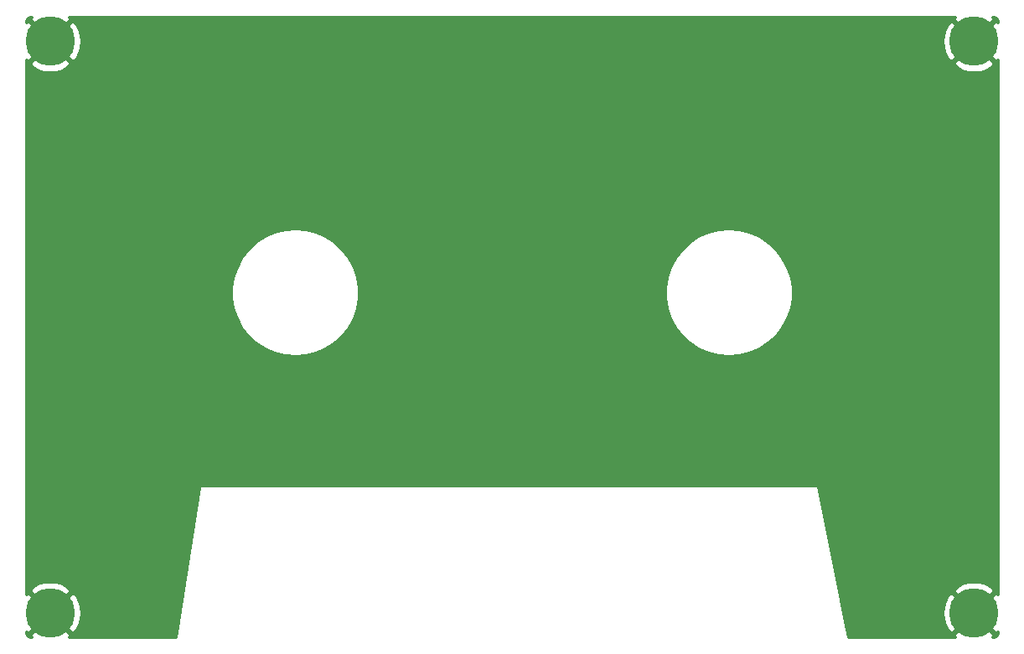
<source format=gbl>
G04 #@! TF.GenerationSoftware,KiCad,Pcbnew,(5.1.8)-1*
G04 #@! TF.CreationDate,2022-02-20T18:12:03+01:00*
G04 #@! TF.ProjectId,PlayOnTape Backplate,506c6179-4f6e-4546-9170-65204261636b,rev?*
G04 #@! TF.SameCoordinates,Original*
G04 #@! TF.FileFunction,Copper,L2,Bot*
G04 #@! TF.FilePolarity,Positive*
%FSLAX46Y46*%
G04 Gerber Fmt 4.6, Leading zero omitted, Abs format (unit mm)*
G04 Created by KiCad (PCBNEW (5.1.8)-1) date 2022-02-20 18:12:03*
%MOMM*%
%LPD*%
G01*
G04 APERTURE LIST*
G04 #@! TA.AperFunction,ComponentPad*
%ADD10C,5.000000*%
G04 #@! TD*
G04 #@! TA.AperFunction,Conductor*
%ADD11C,0.254000*%
G04 #@! TD*
G04 #@! TA.AperFunction,Conductor*
%ADD12C,0.100000*%
G04 #@! TD*
G04 APERTURE END LIST*
D10*
X73660000Y-139065000D03*
X167005000Y-139065000D03*
X167005000Y-81280000D03*
X73660000Y-81280000D03*
D11*
X71636457Y-79076852D02*
X73660000Y-81100395D01*
X75683543Y-79076852D01*
X75510527Y-78815000D01*
X165154473Y-78815000D01*
X164981457Y-79076852D01*
X167005000Y-81100395D01*
X169028543Y-79076852D01*
X168855527Y-78815000D01*
X168875280Y-78815000D01*
X169018109Y-78829005D01*
X169122101Y-78860402D01*
X169218014Y-78911399D01*
X169302194Y-78980055D01*
X169371440Y-79063758D01*
X169423105Y-79159311D01*
X169455227Y-79263078D01*
X169470001Y-79403650D01*
X169470001Y-79429474D01*
X169208148Y-79256457D01*
X167184605Y-81280000D01*
X169208148Y-83303543D01*
X169470001Y-83130526D01*
X169470000Y-137214473D01*
X169208148Y-137041457D01*
X167184605Y-139065000D01*
X169208148Y-141088543D01*
X169470000Y-140915527D01*
X169470000Y-140935280D01*
X169455995Y-141078109D01*
X169424599Y-141182099D01*
X169373601Y-141278013D01*
X169304941Y-141362199D01*
X169221243Y-141431439D01*
X169125689Y-141483105D01*
X169021922Y-141515227D01*
X168881359Y-141530000D01*
X168855527Y-141530000D01*
X169028543Y-141268148D01*
X167005000Y-139244605D01*
X164981457Y-141268148D01*
X165154473Y-141530000D01*
X154292515Y-141530000D01*
X153800181Y-139068328D01*
X163854832Y-139068328D01*
X163916010Y-139682831D01*
X164095897Y-140273592D01*
X164383882Y-140812373D01*
X164801852Y-141088543D01*
X166825395Y-139065000D01*
X164801852Y-137041457D01*
X164383882Y-137317627D01*
X164093351Y-137862557D01*
X163914713Y-138453696D01*
X163854832Y-139068328D01*
X153800181Y-139068328D01*
X153358886Y-136861852D01*
X164981457Y-136861852D01*
X167005000Y-138885395D01*
X169028543Y-136861852D01*
X168752373Y-136443882D01*
X168207443Y-136153351D01*
X167616304Y-135974713D01*
X167001672Y-135914832D01*
X166387169Y-135976010D01*
X165796408Y-136155897D01*
X165257627Y-136443882D01*
X164981457Y-136861852D01*
X153358886Y-136861852D01*
X151254534Y-126340093D01*
X151247333Y-126316399D01*
X151235597Y-126294443D01*
X151219803Y-126275197D01*
X151200557Y-126259403D01*
X151178601Y-126247667D01*
X151154776Y-126240440D01*
X151130000Y-126238000D01*
X88900000Y-126238000D01*
X88870547Y-126241462D01*
X88847012Y-126249582D01*
X88825513Y-126262137D01*
X88806877Y-126278645D01*
X88791819Y-126298472D01*
X88780919Y-126320855D01*
X88774595Y-126344935D01*
X86344985Y-141530000D01*
X75510527Y-141530000D01*
X75683543Y-141268148D01*
X73660000Y-139244605D01*
X71636457Y-141268148D01*
X71809473Y-141530000D01*
X71789720Y-141530000D01*
X71646891Y-141515995D01*
X71542901Y-141484599D01*
X71446987Y-141433601D01*
X71362801Y-141364941D01*
X71293561Y-141281243D01*
X71241895Y-141185689D01*
X71209773Y-141081922D01*
X71195000Y-140941359D01*
X71195000Y-140915527D01*
X71456852Y-141088543D01*
X73480395Y-139065000D01*
X73839605Y-139065000D01*
X75863148Y-141088543D01*
X76281118Y-140812373D01*
X76571649Y-140267443D01*
X76750287Y-139676304D01*
X76810168Y-139061672D01*
X76748990Y-138447169D01*
X76569103Y-137856408D01*
X76281118Y-137317627D01*
X75863148Y-137041457D01*
X73839605Y-139065000D01*
X73480395Y-139065000D01*
X71456852Y-137041457D01*
X71195000Y-137214473D01*
X71195000Y-136861852D01*
X71636457Y-136861852D01*
X73660000Y-138885395D01*
X75683543Y-136861852D01*
X75407373Y-136443882D01*
X74862443Y-136153351D01*
X74271304Y-135974713D01*
X73656672Y-135914832D01*
X73042169Y-135976010D01*
X72451408Y-136155897D01*
X71912627Y-136443882D01*
X71636457Y-136861852D01*
X71195000Y-136861852D01*
X71195000Y-106147776D01*
X92002013Y-106147776D01*
X92002013Y-107212224D01*
X92177215Y-108262154D01*
X92522841Y-109268927D01*
X93029462Y-110205081D01*
X93683259Y-111045080D01*
X94466399Y-111766011D01*
X95357519Y-112348208D01*
X96332312Y-112775792D01*
X97364188Y-113037099D01*
X98425000Y-113125000D01*
X99485812Y-113037099D01*
X100517688Y-112775792D01*
X101492481Y-112348208D01*
X102383601Y-111766011D01*
X103166741Y-111045080D01*
X103820538Y-110205081D01*
X104327159Y-109268927D01*
X104672785Y-108262154D01*
X104847987Y-107212224D01*
X104847987Y-106147776D01*
X135817013Y-106147776D01*
X135817013Y-107212224D01*
X135992215Y-108262154D01*
X136337841Y-109268927D01*
X136844462Y-110205081D01*
X137498259Y-111045080D01*
X138281399Y-111766011D01*
X139172519Y-112348208D01*
X140147312Y-112775792D01*
X141179188Y-113037099D01*
X142240000Y-113125000D01*
X143300812Y-113037099D01*
X144332688Y-112775792D01*
X145307481Y-112348208D01*
X146198601Y-111766011D01*
X146981741Y-111045080D01*
X147635538Y-110205081D01*
X148142159Y-109268927D01*
X148487785Y-108262154D01*
X148662987Y-107212224D01*
X148662987Y-106147776D01*
X148487785Y-105097846D01*
X148142159Y-104091073D01*
X147635538Y-103154919D01*
X146981741Y-102314920D01*
X146198601Y-101593989D01*
X145307481Y-101011792D01*
X144332688Y-100584208D01*
X143300812Y-100322901D01*
X142240000Y-100235000D01*
X141179188Y-100322901D01*
X140147312Y-100584208D01*
X139172519Y-101011792D01*
X138281399Y-101593989D01*
X137498259Y-102314920D01*
X136844462Y-103154919D01*
X136337841Y-104091073D01*
X135992215Y-105097846D01*
X135817013Y-106147776D01*
X104847987Y-106147776D01*
X104672785Y-105097846D01*
X104327159Y-104091073D01*
X103820538Y-103154919D01*
X103166741Y-102314920D01*
X102383601Y-101593989D01*
X101492481Y-101011792D01*
X100517688Y-100584208D01*
X99485812Y-100322901D01*
X98425000Y-100235000D01*
X97364188Y-100322901D01*
X96332312Y-100584208D01*
X95357519Y-101011792D01*
X94466399Y-101593989D01*
X93683259Y-102314920D01*
X93029462Y-103154919D01*
X92522841Y-104091073D01*
X92177215Y-105097846D01*
X92002013Y-106147776D01*
X71195000Y-106147776D01*
X71195000Y-83483148D01*
X71636457Y-83483148D01*
X71912627Y-83901118D01*
X72457557Y-84191649D01*
X73048696Y-84370287D01*
X73663328Y-84430168D01*
X74277831Y-84368990D01*
X74868592Y-84189103D01*
X75407373Y-83901118D01*
X75683543Y-83483148D01*
X164981457Y-83483148D01*
X165257627Y-83901118D01*
X165802557Y-84191649D01*
X166393696Y-84370287D01*
X167008328Y-84430168D01*
X167622831Y-84368990D01*
X168213592Y-84189103D01*
X168752373Y-83901118D01*
X169028543Y-83483148D01*
X167005000Y-81459605D01*
X164981457Y-83483148D01*
X75683543Y-83483148D01*
X73660000Y-81459605D01*
X71636457Y-83483148D01*
X71195000Y-83483148D01*
X71195000Y-83130527D01*
X71456852Y-83303543D01*
X73480395Y-81280000D01*
X73839605Y-81280000D01*
X75863148Y-83303543D01*
X76281118Y-83027373D01*
X76571649Y-82482443D01*
X76750287Y-81891304D01*
X76809519Y-81283328D01*
X163854832Y-81283328D01*
X163916010Y-81897831D01*
X164095897Y-82488592D01*
X164383882Y-83027373D01*
X164801852Y-83303543D01*
X166825395Y-81280000D01*
X164801852Y-79256457D01*
X164383882Y-79532627D01*
X164093351Y-80077557D01*
X163914713Y-80668696D01*
X163854832Y-81283328D01*
X76809519Y-81283328D01*
X76810168Y-81276672D01*
X76748990Y-80662169D01*
X76569103Y-80071408D01*
X76281118Y-79532627D01*
X75863148Y-79256457D01*
X73839605Y-81280000D01*
X73480395Y-81280000D01*
X71456852Y-79256457D01*
X71195000Y-79429473D01*
X71195000Y-79409720D01*
X71209005Y-79266891D01*
X71240402Y-79162899D01*
X71291399Y-79066986D01*
X71360055Y-78982806D01*
X71443758Y-78913560D01*
X71539311Y-78861895D01*
X71643078Y-78829773D01*
X71783641Y-78815000D01*
X71809473Y-78815000D01*
X71636457Y-79076852D01*
G04 #@! TA.AperFunction,Conductor*
D12*
G36*
X71636457Y-79076852D02*
G01*
X73660000Y-81100395D01*
X75683543Y-79076852D01*
X75510527Y-78815000D01*
X165154473Y-78815000D01*
X164981457Y-79076852D01*
X167005000Y-81100395D01*
X169028543Y-79076852D01*
X168855527Y-78815000D01*
X168875280Y-78815000D01*
X169018109Y-78829005D01*
X169122101Y-78860402D01*
X169218014Y-78911399D01*
X169302194Y-78980055D01*
X169371440Y-79063758D01*
X169423105Y-79159311D01*
X169455227Y-79263078D01*
X169470001Y-79403650D01*
X169470001Y-79429474D01*
X169208148Y-79256457D01*
X167184605Y-81280000D01*
X169208148Y-83303543D01*
X169470001Y-83130526D01*
X169470000Y-137214473D01*
X169208148Y-137041457D01*
X167184605Y-139065000D01*
X169208148Y-141088543D01*
X169470000Y-140915527D01*
X169470000Y-140935280D01*
X169455995Y-141078109D01*
X169424599Y-141182099D01*
X169373601Y-141278013D01*
X169304941Y-141362199D01*
X169221243Y-141431439D01*
X169125689Y-141483105D01*
X169021922Y-141515227D01*
X168881359Y-141530000D01*
X168855527Y-141530000D01*
X169028543Y-141268148D01*
X167005000Y-139244605D01*
X164981457Y-141268148D01*
X165154473Y-141530000D01*
X154292515Y-141530000D01*
X153800181Y-139068328D01*
X163854832Y-139068328D01*
X163916010Y-139682831D01*
X164095897Y-140273592D01*
X164383882Y-140812373D01*
X164801852Y-141088543D01*
X166825395Y-139065000D01*
X164801852Y-137041457D01*
X164383882Y-137317627D01*
X164093351Y-137862557D01*
X163914713Y-138453696D01*
X163854832Y-139068328D01*
X153800181Y-139068328D01*
X153358886Y-136861852D01*
X164981457Y-136861852D01*
X167005000Y-138885395D01*
X169028543Y-136861852D01*
X168752373Y-136443882D01*
X168207443Y-136153351D01*
X167616304Y-135974713D01*
X167001672Y-135914832D01*
X166387169Y-135976010D01*
X165796408Y-136155897D01*
X165257627Y-136443882D01*
X164981457Y-136861852D01*
X153358886Y-136861852D01*
X151254534Y-126340093D01*
X151247333Y-126316399D01*
X151235597Y-126294443D01*
X151219803Y-126275197D01*
X151200557Y-126259403D01*
X151178601Y-126247667D01*
X151154776Y-126240440D01*
X151130000Y-126238000D01*
X88900000Y-126238000D01*
X88870547Y-126241462D01*
X88847012Y-126249582D01*
X88825513Y-126262137D01*
X88806877Y-126278645D01*
X88791819Y-126298472D01*
X88780919Y-126320855D01*
X88774595Y-126344935D01*
X86344985Y-141530000D01*
X75510527Y-141530000D01*
X75683543Y-141268148D01*
X73660000Y-139244605D01*
X71636457Y-141268148D01*
X71809473Y-141530000D01*
X71789720Y-141530000D01*
X71646891Y-141515995D01*
X71542901Y-141484599D01*
X71446987Y-141433601D01*
X71362801Y-141364941D01*
X71293561Y-141281243D01*
X71241895Y-141185689D01*
X71209773Y-141081922D01*
X71195000Y-140941359D01*
X71195000Y-140915527D01*
X71456852Y-141088543D01*
X73480395Y-139065000D01*
X73839605Y-139065000D01*
X75863148Y-141088543D01*
X76281118Y-140812373D01*
X76571649Y-140267443D01*
X76750287Y-139676304D01*
X76810168Y-139061672D01*
X76748990Y-138447169D01*
X76569103Y-137856408D01*
X76281118Y-137317627D01*
X75863148Y-137041457D01*
X73839605Y-139065000D01*
X73480395Y-139065000D01*
X71456852Y-137041457D01*
X71195000Y-137214473D01*
X71195000Y-136861852D01*
X71636457Y-136861852D01*
X73660000Y-138885395D01*
X75683543Y-136861852D01*
X75407373Y-136443882D01*
X74862443Y-136153351D01*
X74271304Y-135974713D01*
X73656672Y-135914832D01*
X73042169Y-135976010D01*
X72451408Y-136155897D01*
X71912627Y-136443882D01*
X71636457Y-136861852D01*
X71195000Y-136861852D01*
X71195000Y-106147776D01*
X92002013Y-106147776D01*
X92002013Y-107212224D01*
X92177215Y-108262154D01*
X92522841Y-109268927D01*
X93029462Y-110205081D01*
X93683259Y-111045080D01*
X94466399Y-111766011D01*
X95357519Y-112348208D01*
X96332312Y-112775792D01*
X97364188Y-113037099D01*
X98425000Y-113125000D01*
X99485812Y-113037099D01*
X100517688Y-112775792D01*
X101492481Y-112348208D01*
X102383601Y-111766011D01*
X103166741Y-111045080D01*
X103820538Y-110205081D01*
X104327159Y-109268927D01*
X104672785Y-108262154D01*
X104847987Y-107212224D01*
X104847987Y-106147776D01*
X135817013Y-106147776D01*
X135817013Y-107212224D01*
X135992215Y-108262154D01*
X136337841Y-109268927D01*
X136844462Y-110205081D01*
X137498259Y-111045080D01*
X138281399Y-111766011D01*
X139172519Y-112348208D01*
X140147312Y-112775792D01*
X141179188Y-113037099D01*
X142240000Y-113125000D01*
X143300812Y-113037099D01*
X144332688Y-112775792D01*
X145307481Y-112348208D01*
X146198601Y-111766011D01*
X146981741Y-111045080D01*
X147635538Y-110205081D01*
X148142159Y-109268927D01*
X148487785Y-108262154D01*
X148662987Y-107212224D01*
X148662987Y-106147776D01*
X148487785Y-105097846D01*
X148142159Y-104091073D01*
X147635538Y-103154919D01*
X146981741Y-102314920D01*
X146198601Y-101593989D01*
X145307481Y-101011792D01*
X144332688Y-100584208D01*
X143300812Y-100322901D01*
X142240000Y-100235000D01*
X141179188Y-100322901D01*
X140147312Y-100584208D01*
X139172519Y-101011792D01*
X138281399Y-101593989D01*
X137498259Y-102314920D01*
X136844462Y-103154919D01*
X136337841Y-104091073D01*
X135992215Y-105097846D01*
X135817013Y-106147776D01*
X104847987Y-106147776D01*
X104672785Y-105097846D01*
X104327159Y-104091073D01*
X103820538Y-103154919D01*
X103166741Y-102314920D01*
X102383601Y-101593989D01*
X101492481Y-101011792D01*
X100517688Y-100584208D01*
X99485812Y-100322901D01*
X98425000Y-100235000D01*
X97364188Y-100322901D01*
X96332312Y-100584208D01*
X95357519Y-101011792D01*
X94466399Y-101593989D01*
X93683259Y-102314920D01*
X93029462Y-103154919D01*
X92522841Y-104091073D01*
X92177215Y-105097846D01*
X92002013Y-106147776D01*
X71195000Y-106147776D01*
X71195000Y-83483148D01*
X71636457Y-83483148D01*
X71912627Y-83901118D01*
X72457557Y-84191649D01*
X73048696Y-84370287D01*
X73663328Y-84430168D01*
X74277831Y-84368990D01*
X74868592Y-84189103D01*
X75407373Y-83901118D01*
X75683543Y-83483148D01*
X164981457Y-83483148D01*
X165257627Y-83901118D01*
X165802557Y-84191649D01*
X166393696Y-84370287D01*
X167008328Y-84430168D01*
X167622831Y-84368990D01*
X168213592Y-84189103D01*
X168752373Y-83901118D01*
X169028543Y-83483148D01*
X167005000Y-81459605D01*
X164981457Y-83483148D01*
X75683543Y-83483148D01*
X73660000Y-81459605D01*
X71636457Y-83483148D01*
X71195000Y-83483148D01*
X71195000Y-83130527D01*
X71456852Y-83303543D01*
X73480395Y-81280000D01*
X73839605Y-81280000D01*
X75863148Y-83303543D01*
X76281118Y-83027373D01*
X76571649Y-82482443D01*
X76750287Y-81891304D01*
X76809519Y-81283328D01*
X163854832Y-81283328D01*
X163916010Y-81897831D01*
X164095897Y-82488592D01*
X164383882Y-83027373D01*
X164801852Y-83303543D01*
X166825395Y-81280000D01*
X164801852Y-79256457D01*
X164383882Y-79532627D01*
X164093351Y-80077557D01*
X163914713Y-80668696D01*
X163854832Y-81283328D01*
X76809519Y-81283328D01*
X76810168Y-81276672D01*
X76748990Y-80662169D01*
X76569103Y-80071408D01*
X76281118Y-79532627D01*
X75863148Y-79256457D01*
X73839605Y-81280000D01*
X73480395Y-81280000D01*
X71456852Y-79256457D01*
X71195000Y-79429473D01*
X71195000Y-79409720D01*
X71209005Y-79266891D01*
X71240402Y-79162899D01*
X71291399Y-79066986D01*
X71360055Y-78982806D01*
X71443758Y-78913560D01*
X71539311Y-78861895D01*
X71643078Y-78829773D01*
X71783641Y-78815000D01*
X71809473Y-78815000D01*
X71636457Y-79076852D01*
G37*
G04 #@! TD.AperFunction*
M02*

</source>
